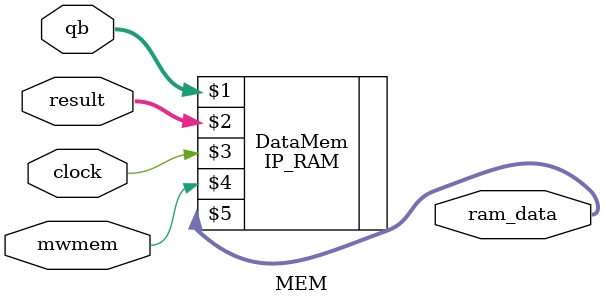
<source format=v>
`timescale 1ns / 1ps
module MEM(
  input clock, mwmem,
  input [31:0]result, qb,
  
  output [31:0]ram_data
    );
	 
  IP_RAM DataMem(qb, result, clock, mwmem, ram_data);

endmodule

</source>
